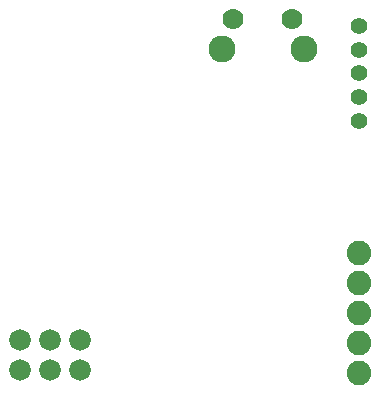
<source format=gbs>
G75*
G70*
%OFA0B0*%
%FSLAX24Y24*%
%IPPOS*%
%LPD*%
%AMOC8*
5,1,8,0,0,1.08239X$1,22.5*
%
%ADD10C,0.0720*%
%ADD11C,0.0820*%
%ADD12C,0.0556*%
%ADD13C,0.0900*%
%ADD14C,0.0700*%
D10*
X007600Y001001D03*
X008600Y001001D03*
X009600Y001001D03*
X009600Y002001D03*
X008600Y002001D03*
X007600Y002001D03*
D11*
X018900Y001901D03*
X018900Y002901D03*
X018900Y003901D03*
X018900Y004901D03*
X018900Y000901D03*
D12*
X018906Y009326D03*
X018906Y010113D03*
X018906Y010901D03*
X018906Y011688D03*
X018906Y012475D03*
D13*
X017078Y011716D03*
X014322Y011716D03*
D14*
X014716Y012701D03*
X016684Y012701D03*
M02*

</source>
